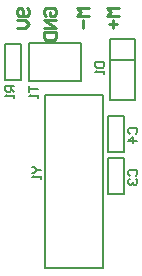
<source format=gbo>
G04 Layer_Color=1754623*
%FSTAX24Y24*%
%MOIN*%
G70*
G01*
G75*
%ADD16C,0.0080*%
%ADD26C,0.0100*%
D16*
X04633Y024891D02*
X046876D01*
Y023709D02*
Y024891D01*
X04633Y023709D02*
X046876D01*
X04633D02*
Y024891D01*
X046324Y025109D02*
X04687D01*
X046324D02*
Y026291D01*
X04687D01*
Y025109D02*
Y026291D01*
X04615Y02122D02*
Y02698D01*
X04424Y02122D02*
Y02698D01*
X04615D01*
X04424Y02122D02*
X04615D01*
X043688Y02747D02*
Y02873D01*
X04542Y02747D02*
Y02873D01*
X043688Y02747D02*
X04542D01*
X043688Y02873D02*
X04542D01*
X042879Y027509D02*
X04343D01*
X042879D02*
Y028691D01*
X04343D01*
Y027509D02*
Y028691D01*
X04639Y026811D02*
Y028851D01*
Y026811D02*
X04721D01*
Y028851D01*
X04639D02*
X04721D01*
X046406Y028146D02*
X047194D01*
X04705Y0243D02*
X047Y02435D01*
Y02445D01*
X04705Y0245D01*
X04725D01*
X0473Y02445D01*
Y02435D01*
X04725Y0243D01*
X04705Y0242D02*
X047Y02415D01*
Y02405D01*
X04705Y024D01*
X0471D01*
X04715Y02405D01*
Y0241D01*
Y02405D01*
X0472Y024D01*
X04725D01*
X0473Y02405D01*
Y02415D01*
X04725Y0242D01*
X04705Y0257D02*
X047Y02575D01*
Y02585D01*
X04705Y0259D01*
X04725D01*
X0473Y02585D01*
Y02575D01*
X04725Y0257D01*
X0473Y02545D02*
X047D01*
X04715Y0256D01*
Y0254D01*
X0438Y0246D02*
X04385D01*
X04395Y0245D01*
X04385Y0244D01*
X0438D01*
X04395Y0245D02*
X0441D01*
Y0243D02*
Y0242D01*
Y02425D01*
X0438D01*
X04385Y0243D01*
X0437Y0273D02*
Y0271D01*
Y0272D01*
X044D01*
Y027D02*
Y0269D01*
Y02695D01*
X0437D01*
X04375Y027D01*
X0432Y0273D02*
X0429D01*
Y02715D01*
X04295Y0271D01*
X04305D01*
X0431Y02715D01*
Y0273D01*
Y0272D02*
X0432Y0271D01*
Y027D02*
Y0269D01*
Y02695D01*
X0429D01*
X04295Y027D01*
X0459Y0281D02*
X0462D01*
Y02795D01*
X04615Y0279D01*
X04595D01*
X0459Y02795D01*
Y0281D01*
X0462Y0278D02*
Y0277D01*
Y02775D01*
X0459D01*
X04595Y0278D01*
D26*
X044267Y029633D02*
X0442Y0297D01*
Y029833D01*
X044267Y0299D01*
X044533D01*
X0446Y029833D01*
Y0297D01*
X044533Y029633D01*
X0444D01*
Y029767D01*
X0446Y0295D02*
X0442D01*
X0446Y029234D01*
X0442D01*
Y0291D02*
X0446D01*
Y0289D01*
X044533Y028834D01*
X044267D01*
X0442Y0289D01*
Y0291D01*
X0467Y0299D02*
X0463D01*
X046433Y029767D01*
X0463Y029633D01*
X0467D01*
X0465Y0295D02*
Y029234D01*
X046367Y029367D02*
X046633D01*
X0457Y0299D02*
X0453D01*
X045433Y029767D01*
X0453Y029633D01*
X0457D01*
X0455Y0295D02*
Y029234D01*
X043633Y0299D02*
X0437Y029833D01*
Y0297D01*
X043633Y029633D01*
X043367D01*
X0433Y0297D01*
Y029833D01*
X043367Y0299D01*
X043433D01*
X0435Y029833D01*
Y029633D01*
X0433Y0295D02*
X043567D01*
X0437Y029367D01*
X043567Y029234D01*
X0433D01*
M02*

</source>
